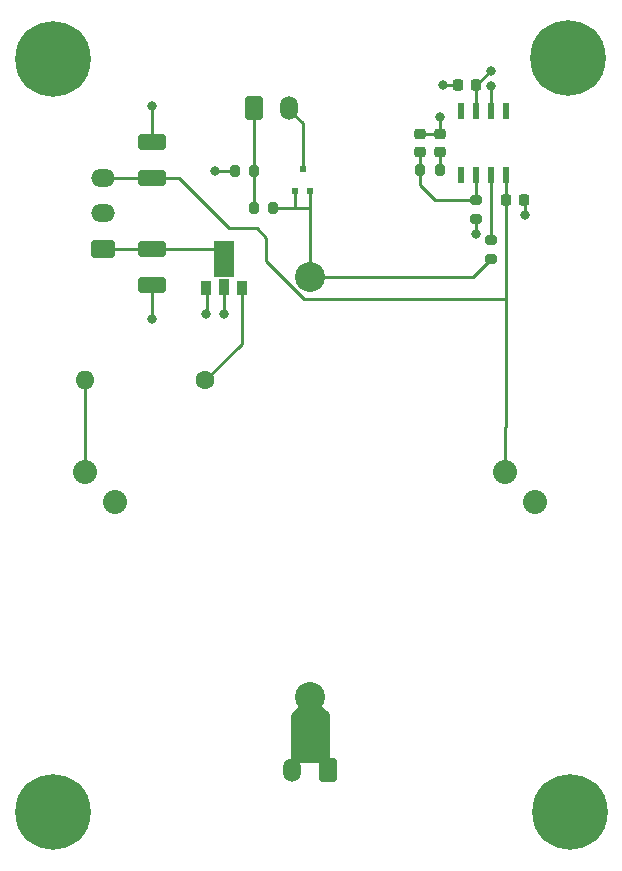
<source format=gbr>
%TF.GenerationSoftware,KiCad,Pcbnew,6.0.9-8da3e8f707~117~ubuntu20.04.1*%
%TF.CreationDate,2023-03-07T09:55:03-05:00*%
%TF.ProjectId,DCT_HV_Widget,4443545f-4856-45f5-9769-646765742e6b,rev?*%
%TF.SameCoordinates,Original*%
%TF.FileFunction,Copper,L1,Top*%
%TF.FilePolarity,Positive*%
%FSLAX46Y46*%
G04 Gerber Fmt 4.6, Leading zero omitted, Abs format (unit mm)*
G04 Created by KiCad (PCBNEW 6.0.9-8da3e8f707~117~ubuntu20.04.1) date 2023-03-07 09:55:03*
%MOMM*%
%LPD*%
G01*
G04 APERTURE LIST*
G04 Aperture macros list*
%AMRoundRect*
0 Rectangle with rounded corners*
0 $1 Rounding radius*
0 $2 $3 $4 $5 $6 $7 $8 $9 X,Y pos of 4 corners*
0 Add a 4 corners polygon primitive as box body*
4,1,4,$2,$3,$4,$5,$6,$7,$8,$9,$2,$3,0*
0 Add four circle primitives for the rounded corners*
1,1,$1+$1,$2,$3*
1,1,$1+$1,$4,$5*
1,1,$1+$1,$6,$7*
1,1,$1+$1,$8,$9*
0 Add four rect primitives between the rounded corners*
20,1,$1+$1,$2,$3,$4,$5,0*
20,1,$1+$1,$4,$5,$6,$7,0*
20,1,$1+$1,$6,$7,$8,$9,0*
20,1,$1+$1,$8,$9,$2,$3,0*%
G04 Aperture macros list end*
%TA.AperFunction,SMDPad,CuDef*%
%ADD10RoundRect,0.225000X0.225000X0.250000X-0.225000X0.250000X-0.225000X-0.250000X0.225000X-0.250000X0*%
%TD*%
%TA.AperFunction,SMDPad,CuDef*%
%ADD11RoundRect,0.200000X-0.200000X-0.275000X0.200000X-0.275000X0.200000X0.275000X-0.200000X0.275000X0*%
%TD*%
%TA.AperFunction,ComponentPad*%
%ADD12C,6.400000*%
%TD*%
%TA.AperFunction,SMDPad,CuDef*%
%ADD13RoundRect,0.250000X-0.925000X0.412500X-0.925000X-0.412500X0.925000X-0.412500X0.925000X0.412500X0*%
%TD*%
%TA.AperFunction,SMDPad,CuDef*%
%ADD14R,0.533400X1.460500*%
%TD*%
%TA.AperFunction,SMDPad,CuDef*%
%ADD15R,0.900000X1.300000*%
%TD*%
%TA.AperFunction,SMDPad,CuDef*%
%ADD16R,1.732000X3.125000*%
%TD*%
%TA.AperFunction,SMDPad,CuDef*%
%ADD17R,0.900000X1.475000*%
%TD*%
%TA.AperFunction,SMDPad,CuDef*%
%ADD18RoundRect,0.225000X0.250000X-0.225000X0.250000X0.225000X-0.250000X0.225000X-0.250000X-0.225000X0*%
%TD*%
%TA.AperFunction,SMDPad,CuDef*%
%ADD19RoundRect,0.200000X0.200000X0.275000X-0.200000X0.275000X-0.200000X-0.275000X0.200000X-0.275000X0*%
%TD*%
%TA.AperFunction,ComponentPad*%
%ADD20C,1.600000*%
%TD*%
%TA.AperFunction,ComponentPad*%
%ADD21O,1.600000X1.600000*%
%TD*%
%TA.AperFunction,ComponentPad*%
%ADD22RoundRect,0.250001X0.499999X0.759999X-0.499999X0.759999X-0.499999X-0.759999X0.499999X-0.759999X0*%
%TD*%
%TA.AperFunction,ComponentPad*%
%ADD23O,1.500000X2.020000*%
%TD*%
%TA.AperFunction,ComponentPad*%
%ADD24RoundRect,0.250001X0.759999X-0.499999X0.759999X0.499999X-0.759999X0.499999X-0.759999X-0.499999X0*%
%TD*%
%TA.AperFunction,ComponentPad*%
%ADD25O,2.020000X1.500000*%
%TD*%
%TA.AperFunction,ComponentPad*%
%ADD26RoundRect,0.250001X-0.499999X-0.759999X0.499999X-0.759999X0.499999X0.759999X-0.499999X0.759999X0*%
%TD*%
%TA.AperFunction,SMDPad,CuDef*%
%ADD27R,0.600000X0.550000*%
%TD*%
%TA.AperFunction,SMDPad,CuDef*%
%ADD28RoundRect,0.200000X-0.275000X0.200000X-0.275000X-0.200000X0.275000X-0.200000X0.275000X0.200000X0*%
%TD*%
%TA.AperFunction,SMDPad,CuDef*%
%ADD29RoundRect,0.200000X0.275000X-0.200000X0.275000X0.200000X-0.275000X0.200000X-0.275000X-0.200000X0*%
%TD*%
%TA.AperFunction,ComponentPad*%
%ADD30C,2.032000*%
%TD*%
%TA.AperFunction,ComponentPad*%
%ADD31C,2.540000*%
%TD*%
%TA.AperFunction,ViaPad*%
%ADD32C,0.800000*%
%TD*%
%TA.AperFunction,Conductor*%
%ADD33C,0.250000*%
%TD*%
G04 APERTURE END LIST*
D10*
%TO.P,C4,1*%
%TO.N,/VP6*%
X174365000Y-76800000D03*
%TO.P,C4,2*%
%TO.N,GND*%
X172815000Y-76800000D03*
%TD*%
D11*
%TO.P,R1,1*%
%TO.N,/V_Control*%
X155575000Y-87200000D03*
%TO.P,R1,2*%
%TO.N,Net-(D1-Pad1)*%
X157225000Y-87200000D03*
%TD*%
%TO.P,R4,2*%
%TO.N,Net-(C1-Pad1)*%
X171322000Y-83975000D03*
%TO.P,R4,1*%
%TO.N,Net-(C2-Pad1)*%
X169672000Y-83975000D03*
%TD*%
D12*
%TO.P,H2,1,1*%
%TO.N,GND*%
X182200000Y-74500000D03*
%TD*%
D13*
%TO.P,C6,1*%
%TO.N,/VP6*%
X146950000Y-90650000D03*
%TO.P,C6,2*%
%TO.N,GND*%
X146950000Y-93725000D03*
%TD*%
D12*
%TO.P,H1,1,1*%
%TO.N,GND*%
X138525000Y-74600000D03*
%TD*%
%TO.P,H3,1,1*%
%TO.N,GND*%
X138525000Y-138375000D03*
%TD*%
D14*
%TO.P,U1,1,NULL*%
%TO.N,unconnected-(U1-Pad1)*%
X173095000Y-84424150D03*
%TO.P,U1,2,-IN*%
%TO.N,Net-(C2-Pad1)*%
X174365000Y-84424150D03*
%TO.P,U1,3,+IN*%
%TO.N,Net-(R6-Pad1)*%
X175635000Y-84424150D03*
%TO.P,U1,4,V-*%
%TO.N,/VM6*%
X176905000Y-84424150D03*
%TO.P,U1,5,NULL*%
%TO.N,unconnected-(U1-Pad5)*%
X176905000Y-78975850D03*
%TO.P,U1,6,OUT*%
%TO.N,Net-(C1-Pad2)*%
X175635000Y-78975850D03*
%TO.P,U1,7,V+*%
%TO.N,/VP6*%
X174365000Y-78975850D03*
%TO.P,U1,8,NC*%
%TO.N,unconnected-(U1-Pad8)*%
X173095000Y-78975850D03*
%TD*%
D15*
%TO.P,Q1,1,E*%
%TO.N,Net-(Q1-Pad1)*%
X154540000Y-93942500D03*
%TO.P,Q1,2,B*%
%TO.N,Net-(C1-Pad2)*%
X151550000Y-93942500D03*
D16*
%TO.P,Q1,3,C*%
%TO.N,/VP6*%
X153050000Y-91555000D03*
D17*
X153050000Y-93855000D03*
%TD*%
D18*
%TO.P,C1,1*%
%TO.N,Net-(C1-Pad1)*%
X171300000Y-82475000D03*
%TO.P,C1,2*%
%TO.N,Net-(C1-Pad2)*%
X171300000Y-80925000D03*
%TD*%
D19*
%TO.P,R3,1*%
%TO.N,/V_Control*%
X155575000Y-84100000D03*
%TO.P,R3,2*%
%TO.N,GND*%
X153925000Y-84100000D03*
%TD*%
D12*
%TO.P,H4,1,1*%
%TO.N,GND*%
X182300000Y-138300000D03*
%TD*%
D20*
%TO.P,R5,1*%
%TO.N,Net-(Q1-Pad1)*%
X151465000Y-101800000D03*
D21*
%TO.P,R5,2*%
%TO.N,Net-(R5-Pad2)*%
X141305000Y-101800000D03*
%TD*%
D22*
%TO.P,J3,1,Pin_1*%
%TO.N,/HV_Input*%
X161825000Y-134780000D03*
D23*
%TO.P,J3,2,Pin_2*%
X158825000Y-134780000D03*
%TD*%
D24*
%TO.P,J2,1,Pin_1*%
%TO.N,/VP6*%
X142800000Y-90650000D03*
D25*
%TO.P,J2,2,Pin_2*%
%TO.N,GND*%
X142800000Y-87650000D03*
%TO.P,J2,3,Pin_3*%
%TO.N,/VM6*%
X142800000Y-84650000D03*
%TD*%
D26*
%TO.P,J1,1,Pin_1*%
%TO.N,/V_Control*%
X155550000Y-78720000D03*
D23*
%TO.P,J1,2,Pin_2*%
%TO.N,GND*%
X158550000Y-78720000D03*
%TD*%
D27*
%TO.P,D1,1,K*%
%TO.N,Net-(D1-Pad1)*%
X159055000Y-85725000D03*
%TO.P,D1,2,K*%
X160355000Y-85725000D03*
%TO.P,D1,3,A*%
%TO.N,GND*%
X159705000Y-83875000D03*
%TD*%
D28*
%TO.P,R6,1*%
%TO.N,Net-(R6-Pad1)*%
X175600000Y-89875000D03*
%TO.P,R6,2*%
%TO.N,Net-(D1-Pad1)*%
X175600000Y-91525000D03*
%TD*%
D13*
%TO.P,C5,1*%
%TO.N,GND*%
X146950000Y-81575000D03*
%TO.P,C5,2*%
%TO.N,/VM6*%
X146950000Y-84650000D03*
%TD*%
D29*
%TO.P,R2,1*%
%TO.N,GND*%
X174365000Y-88150000D03*
%TO.P,R2,2*%
%TO.N,Net-(C2-Pad1)*%
X174365000Y-86500000D03*
%TD*%
D30*
%TO.P,U2,1*%
%TO.N,Net-(R5-Pad2)*%
X141305000Y-109530000D03*
%TO.P,U2,2*%
%TO.N,Net-(U2-Pad2)*%
X143845000Y-112070000D03*
%TO.P,U2,3*%
%TO.N,/VM6*%
X176865000Y-109530000D03*
%TO.P,U2,4*%
%TO.N,Net-(U2-Pad2)*%
X179405000Y-112070000D03*
D31*
%TO.P,U2,5*%
%TO.N,Net-(D1-Pad1)*%
X160355000Y-93020000D03*
%TO.P,U2,6*%
%TO.N,/HV_Input*%
X160355000Y-128580000D03*
%TD*%
D18*
%TO.P,C2,2*%
%TO.N,Net-(C1-Pad2)*%
X169672000Y-80925000D03*
%TO.P,C2,1*%
%TO.N,Net-(C2-Pad1)*%
X169672000Y-82475000D03*
%TD*%
D10*
%TO.P,C3,1*%
%TO.N,GND*%
X178455000Y-86500000D03*
%TO.P,C3,2*%
%TO.N,/VM6*%
X176905000Y-86500000D03*
%TD*%
D32*
%TO.N,Net-(C1-Pad2)*%
X175635000Y-76835000D03*
X171300000Y-79500000D03*
X151550000Y-96187500D03*
%TO.N,GND*%
X174400000Y-89400000D03*
X146975000Y-96575000D03*
X146950000Y-78575000D03*
X152300000Y-84100000D03*
X178500000Y-87800000D03*
X171542000Y-76800000D03*
%TO.N,/VP6*%
X153050000Y-96187500D03*
X175600000Y-75600000D03*
%TD*%
D33*
%TO.N,Net-(C2-Pad1)*%
X169672000Y-84200000D02*
X169672000Y-85272000D01*
X169672000Y-85272000D02*
X170900000Y-86500000D01*
X170900000Y-86500000D02*
X174365000Y-86500000D01*
%TO.N,Net-(C1-Pad1)*%
X171300000Y-84011000D02*
X171300000Y-82475000D01*
%TO.N,Net-(C1-Pad2)*%
X151565000Y-93927500D02*
X151565000Y-96172500D01*
X171300000Y-80925000D02*
X169672000Y-80925000D01*
X171300000Y-80925000D02*
X171300000Y-79500000D01*
X175635000Y-78975850D02*
X175635000Y-76835000D01*
%TO.N,Net-(C2-Pad1)*%
X174365000Y-86500000D02*
X174365000Y-84424150D01*
X169672000Y-82475000D02*
X169672000Y-84033000D01*
%TO.N,GND*%
X174400000Y-89400000D02*
X174400000Y-88185000D01*
X178500000Y-86545000D02*
X178455000Y-86500000D01*
X159705000Y-83875000D02*
X159705000Y-80000000D01*
X174400000Y-88185000D02*
X174365000Y-88150000D01*
X172815000Y-76800000D02*
X171542000Y-76800000D01*
X153925000Y-84100000D02*
X152300000Y-84100000D01*
X146975000Y-96575000D02*
X146975000Y-93575000D01*
X146950000Y-81575000D02*
X146950000Y-78575000D01*
X159705000Y-80000000D02*
X158575000Y-78870000D01*
X178500000Y-87800000D02*
X178500000Y-86545000D01*
%TO.N,/VM6*%
X153498500Y-88925000D02*
X149223500Y-84650000D01*
X176900000Y-86505000D02*
X176905000Y-86500000D01*
X176905000Y-86500000D02*
X176905000Y-84424150D01*
X156600000Y-91675000D02*
X156600000Y-89725000D01*
X155800000Y-88925000D02*
X153498500Y-88925000D01*
X176900000Y-105730000D02*
X176900000Y-102000000D01*
X176900000Y-94900000D02*
X159825000Y-94900000D01*
X159825000Y-94900000D02*
X156600000Y-91675000D01*
X176865000Y-105765000D02*
X176865000Y-109530000D01*
X146950000Y-84650000D02*
X142800000Y-84650000D01*
X176900000Y-102000000D02*
X176900000Y-94900000D01*
X176865000Y-105765000D02*
X176900000Y-105730000D01*
X156600000Y-89725000D02*
X155800000Y-88925000D01*
X149223500Y-84650000D02*
X146950000Y-84650000D01*
X176900000Y-94900000D02*
X176900000Y-86505000D01*
%TO.N,/VP6*%
X174365000Y-76800000D02*
X174400000Y-76800000D01*
X174400000Y-76800000D02*
X175600000Y-75600000D01*
X153050000Y-91555000D02*
X153050000Y-91225000D01*
X142800000Y-90650000D02*
X146950000Y-90650000D01*
X153050000Y-91225000D02*
X152475000Y-90650000D01*
X174365000Y-78975850D02*
X174365000Y-76800000D01*
X152475000Y-90650000D02*
X146950000Y-90650000D01*
X153065000Y-93840000D02*
X153065000Y-96172500D01*
%TO.N,Net-(D1-Pad1)*%
X160355000Y-85725000D02*
X160355000Y-87145000D01*
X174105000Y-93020000D02*
X175600000Y-91525000D01*
X159055000Y-87145000D02*
X159000000Y-87200000D01*
X159055000Y-85725000D02*
X159055000Y-87145000D01*
X158800000Y-87200000D02*
X159000000Y-87200000D01*
X159000000Y-87200000D02*
X160300000Y-87200000D01*
X160355000Y-87145000D02*
X160355000Y-93020000D01*
X160300000Y-87200000D02*
X160355000Y-87145000D01*
X160355000Y-93020000D02*
X174105000Y-93020000D01*
X158800000Y-87200000D02*
X157225000Y-87200000D01*
%TO.N,/V_Control*%
X155575000Y-78870000D02*
X155575000Y-84100000D01*
X155575000Y-87200000D02*
X155575000Y-84100000D01*
%TO.N,/HV_Input*%
X158825000Y-134780000D02*
X158825000Y-130110000D01*
X158825000Y-130110000D02*
X160355000Y-128580000D01*
X161825000Y-130050000D02*
X160355000Y-128580000D01*
X161825000Y-134780000D02*
X161825000Y-130050000D01*
%TO.N,Net-(Q1-Pad1)*%
X154540000Y-98725000D02*
X151465000Y-101800000D01*
X154540000Y-93942500D02*
X154540000Y-98725000D01*
%TO.N,Net-(R5-Pad2)*%
X141305000Y-109530000D02*
X141305000Y-101800000D01*
%TO.N,Net-(R6-Pad1)*%
X175635000Y-84424150D02*
X175635000Y-89840000D01*
X175635000Y-89840000D02*
X175600000Y-89875000D01*
%TD*%
%TA.AperFunction,Conductor*%
%TO.N,/HV_Input*%
G36*
X161128254Y-129369882D02*
G01*
X161146618Y-129384039D01*
X161779920Y-129972742D01*
X161816194Y-130033771D01*
X161820132Y-130064720D01*
X161820323Y-130144229D01*
X161829696Y-134043697D01*
X161809857Y-134111866D01*
X161756314Y-134158487D01*
X161703696Y-134170000D01*
X158985077Y-134170000D01*
X158916956Y-134149998D01*
X158870463Y-134096342D01*
X158859080Y-134044926D01*
X158830399Y-130144229D01*
X158849900Y-130075963D01*
X158869112Y-130052432D01*
X159553775Y-129394796D01*
X159616760Y-129362032D01*
X159640230Y-129359670D01*
X161060003Y-129350329D01*
X161128254Y-129369882D01*
G37*
%TD.AperFunction*%
%TD*%
M02*

</source>
